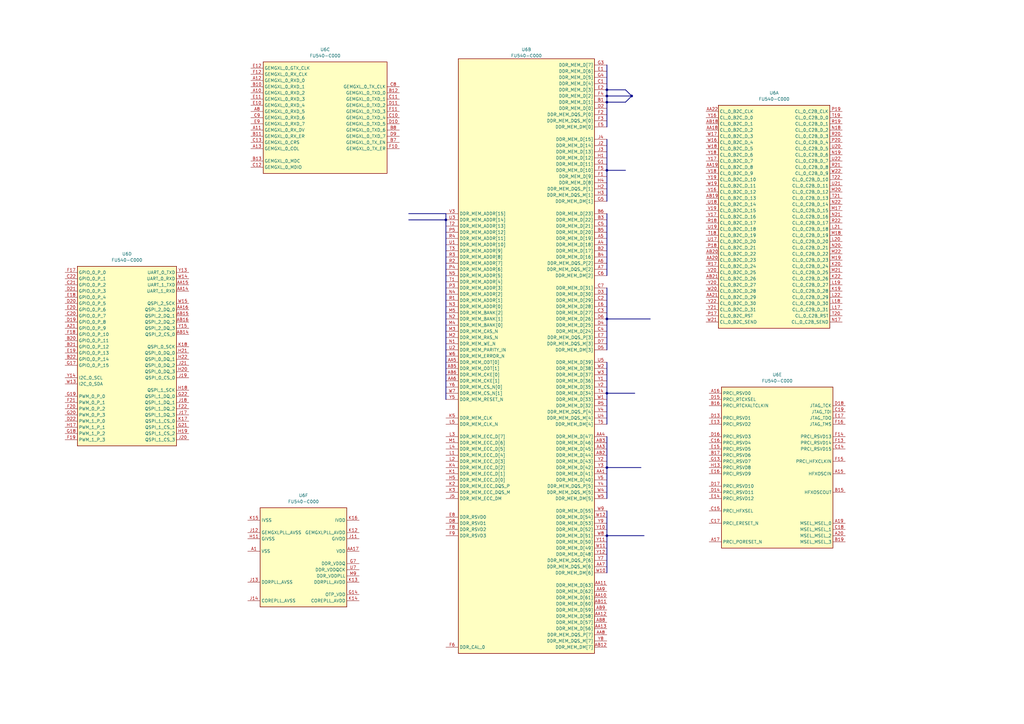
<source format=kicad_sch>
(kicad_sch (version 20230121) (generator eeschema)
  (paper "A3")
  (lib_symbols
    (symbol "MCU_SiFive:FU540-C000"
      (property "Reference" "U" (at 0 2.54 0))
      (property "Value" "FU540-C000" (at 0 -2.54 0))
      (symbol "FU540-C000_1_1"
        (rectangle (start -22.86 -45.72) (end 22.86 45.72) (stroke (width 0.254)) (fill (type background)))
        (pin input line (at -27.94 35.56 0) (length 5.08) (name "CL_0_B2C_D_2") (number "AA18"))
        (pin input line (at -27.94 20.32 0) (length 5.08) (name "CL_0_B2C_D_8") (number "AA19"))
        (pin input line (at -27.94 -17.78 0) (length 5.08) (name "CL_0_B2C_D_23") (number "AA20"))
        (pin input line (at -27.94 -33.02 0) (length 5.08) (name "CL_0_B2C_D_29") (number "AA21"))
        (pin input line (at -27.94 43.18 0) (length 5.08) (name "CL_0_B2C_CLK") (number "AA22"))
        (pin input line (at -27.94 38.1 0) (length 5.08) (name "CL_0_B2C_D_1") (number "AB18"))
        (pin input line (at -27.94 7.62 0) (length 5.08) (name "CL_0_B2C_D_13") (number "AB19"))
        (pin input line (at -27.94 -15.24 0) (length 5.08) (name "CL_0_B2C_D_22") (number "AB20"))
        (pin input line (at -27.94 -25.4 0) (length 5.08) (name "CL_0_B2C_D_26") (number "AB21"))
        (pin output line (at 27.94 -30.48 180) (length 5.08) (name "CL_0_C2B_D_28") (number "K19"))
        (pin output line (at 27.94 -20.32 180) (length 5.08) (name "CL_0_C2B_D_24") (number "K20"))
        (pin output line (at 27.94 -25.4 180) (length 5.08) (name "CL_0_C2B_D_26") (number "K22"))
        (pin output line (at 27.94 -38.1 180) (length 5.08) (name "CL_0_C2B_D_31") (number "L17"))
        (pin output line (at 27.94 -35.56 180) (length 5.08) (name "CL_0_C2B_D_30") (number "L18"))
        (pin output line (at 27.94 -27.94 180) (length 5.08) (name "CL_0_C2B_D_27") (number "L19"))
        (pin output line (at 27.94 -10.16 180) (length 5.08) (name "CL_0_C2B_D_20") (number "L20"))
        (pin output line (at 27.94 -5.08 180) (length 5.08) (name "CL_0_C2B_D_18") (number "L21"))
        (pin output line (at 27.94 -33.02 180) (length 5.08) (name "CL_0_C2B_D_29") (number "L22"))
        (pin output line (at 27.94 2.54 180) (length 5.08) (name "CL_0_C2B_D_15") (number "M17"))
        (pin output line (at 27.94 -7.62 180) (length 5.08) (name "CL_0_C2B_D_19") (number "M18"))
        (pin output line (at 27.94 -17.78 180) (length 5.08) (name "CL_0_C2B_D_23") (number "M19"))
        (pin output line (at 27.94 10.16 180) (length 5.08) (name "CL_0_C2B_D_12") (number "M20"))
        (pin output line (at 27.94 -22.86 180) (length 5.08) (name "CL_0_C2B_D_25") (number "M21"))
        (pin output line (at 27.94 -15.24 180) (length 5.08) (name "CL_0_C2B_D_22") (number "M22"))
        (pin output line (at 27.94 -43.18 180) (length 5.08) (name "CL_0_C2B_SEND") (number "N17"))
        (pin output line (at 27.94 35.56 180) (length 5.08) (name "CL_0_C2B_D_2") (number "N18"))
        (pin output line (at 27.94 25.4 180) (length 5.08) (name "CL_0_C2B_D_6") (number "N19"))
        (pin output line (at 27.94 -12.7 180) (length 5.08) (name "CL_0_C2B_D_21") (number "N20"))
        (pin output line (at 27.94 0 180) (length 5.08) (name "CL_0_C2B_D_16") (number "N21"))
        (pin output line (at 27.94 5.08 180) (length 5.08) (name "CL_0_C2B_D_14") (number "N22"))
        (pin input line (at -27.94 -40.64 0) (length 5.08) (name "CL_0_B2C_RST") (number "P17"))
        (pin input line (at -27.94 -12.7 0) (length 5.08) (name "CL_0_B2C_D_21") (number "P18"))
        (pin output line (at 27.94 43.18 180) (length 5.08) (name "CL_0_C2B_CLK") (number "P19"))
        (pin output line (at 27.94 30.48 180) (length 5.08) (name "CL_0_C2B_D_4") (number "P20"))
        (pin input line (at -27.94 -20.32 0) (length 5.08) (name "CL_0_B2C_D_24") (number "R17"))
        (pin input line (at -27.94 -2.54 0) (length 5.08) (name "CL_0_B2C_D_17") (number "R18"))
        (pin output line (at 27.94 38.1 180) (length 5.08) (name "CL_0_C2B_D_1") (number "R19"))
        (pin output line (at 27.94 33.02 180) (length 5.08) (name "CL_0_C2B_D_3") (number "R20"))
        (pin output line (at 27.94 20.32 180) (length 5.08) (name "CL_0_C2B_D_8") (number "R21"))
        (pin output line (at 27.94 -2.54 180) (length 5.08) (name "CL_0_C2B_D_17") (number "R22"))
        (pin input line (at -27.94 -7.62 0) (length 5.08) (name "CL_0_B2C_D_19") (number "T18"))
        (pin output line (at 27.94 40.64 180) (length 5.08) (name "CL_0_C2B_D_0") (number "T19"))
        (pin output line (at 27.94 -40.64 180) (length 5.08) (name "CL_0_C2B_RST") (number "T20"))
        (pin output line (at 27.94 7.62 180) (length 5.08) (name "CL_0_C2B_D_13") (number "T21"))
        (pin output line (at 27.94 15.24 180) (length 5.08) (name "CL_0_C2B_D_10") (number "T22"))
        (pin input line (at -27.94 -10.16 0) (length 5.08) (name "CL_0_B2C_D_20") (number "U17"))
        (pin input line (at -27.94 5.08 0) (length 5.08) (name "CL_0_B2C_D_14") (number "U18"))
        (pin input line (at -27.94 -5.08 0) (length 5.08) (name "CL_0_B2C_D_18") (number "U19"))
        (pin output line (at 27.94 27.94 180) (length 5.08) (name "CL_0_C2B_D_5") (number "U20"))
        (pin output line (at 27.94 12.7 180) (length 5.08) (name "CL_0_C2B_D_11") (number "U21"))
        (pin output line (at 27.94 22.86 180) (length 5.08) (name "CL_0_C2B_D_7") (number "U22"))
        (pin input line (at -27.94 10.16 0) (length 5.08) (name "CL_0_B2C_D_12") (number "V16"))
        (pin input line (at -27.94 0 0) (length 5.08) (name "CL_0_B2C_D_16") (number "V17"))
        (pin input line (at -27.94 17.78 0) (length 5.08) (name "CL_0_B2C_D_9") (number "V18"))
        (pin input line (at -27.94 2.54 0) (length 5.08) (name "CL_0_B2C_D_15") (number "V19"))
        (pin input line (at -27.94 -22.86 0) (length 5.08) (name "CL_0_B2C_D_25") (number "V20"))
        (pin input line (at -27.94 30.48 0) (length 5.08) (name "CL_0_B2C_D_4") (number "W16"))
        (pin input line (at -27.94 33.02 0) (length 5.08) (name "CL_0_B2C_D_3") (number "W17"))
        (pin input line (at -27.94 27.94 0) (length 5.08) (name "CL_0_B2C_D_5") (number "W18"))
        (pin input line (at -27.94 12.7 0) (length 5.08) (name "CL_0_B2C_D_11") (number "W19"))
        (pin input line (at -27.94 -30.48 0) (length 5.08) (name "CL_0_B2C_D_28") (number "W20"))
        (pin input line (at -27.94 -43.18 0) (length 5.08) (name "CL_0_B2C_SEND") (number "W21"))
        (pin output line (at 27.94 17.78 180) (length 5.08) (name "CL_0_C2B_D_9") (number "W22"))
        (pin input line (at -27.94 40.64 0) (length 5.08) (name "CL_0_B2C_D_0") (number "Y16"))
        (pin input line (at -27.94 22.86 0) (length 5.08) (name "CL_0_B2C_D_7") (number "Y17"))
        (pin input line (at -27.94 25.4 0) (length 5.08) (name "CL_0_B2C_D_6") (number "Y18"))
        (pin input line (at -27.94 15.24 0) (length 5.08) (name "CL_0_B2C_D_10") (number "Y19"))
        (pin input line (at -27.94 -27.94 0) (length 5.08) (name "CL_0_B2C_D_27") (number "Y20"))
        (pin input line (at -27.94 -38.1 0) (length 5.08) (name "CL_0_B2C_D_31") (number "Y21"))
        (pin input line (at -27.94 -35.56 0) (length 5.08) (name "CL_0_B2C_D_30") (number "Y22"))
      )
      (symbol "FU540-C000_2_1"
        (rectangle (start -27.94 -121.92) (end 27.94 121.92) (stroke (width 0.254)) (fill (type background)))
        (pin bidirectional line (at 33.02 45.72 180) (length 5.08) (name "DDR_MEM_D[18]") (number "A4"))
        (pin bidirectional line (at 33.02 48.26 180) (length 5.08) (name "DDR_MEM_D[19]") (number "A5"))
        (pin bidirectional line (at 33.02 38.1 180) (length 5.08) (name "DDR_MEM_DQS_P[2]") (number "A6"))
        (pin bidirectional line (at 33.02 35.56 180) (length 5.08) (name "DDR_MEM_DQS_M[2]") (number "A7"))
        (pin bidirectional line (at 33.02 -48.26 180) (length 5.08) (name "DDR_MEM_D[41]") (number "AA1"))
        (pin bidirectional line (at 33.02 -99.06 180) (length 5.08) (name "DDR_MEM_D[61]") (number "AA10"))
        (pin bidirectional line (at 33.02 -93.98 180) (length 5.08) (name "DDR_MEM_D[63]") (number "AA11"))
        (pin bidirectional line (at 33.02 -106.68 180) (length 5.08) (name "DDR_MEM_D[58]") (number "AA12"))
        (pin bidirectional line (at 33.02 -111.76 180) (length 5.08) (name "DDR_MEM_D[56]") (number "AA13"))
        (pin bidirectional line (at 33.02 -38.1 180) (length 5.08) (name "DDR_MEM_D[45]") (number "AA3"))
        (pin bidirectional line (at 33.02 -33.02 180) (length 5.08) (name "DDR_MEM_D[47]") (number "AA4"))
        (pin output line (at -33.02 -2.54 0) (length 5.08) (name "DDR_MEM_ODT[0]") (number "AA5"))
        (pin output line (at -33.02 -10.16 0) (length 5.08) (name "DDR_MEM_CKE[1]") (number "AA6"))
        (pin bidirectional line (at 33.02 -86.36 180) (length 5.08) (name "DDR_MEM_DQS_M[6]") (number "AA7"))
        (pin bidirectional line (at 33.02 -114.3 180) (length 5.08) (name "DDR_MEM_DQS_P[7]") (number "AA8"))
        (pin bidirectional line (at 33.02 -96.52 180) (length 5.08) (name "DDR_MEM_D[62]") (number "AA9"))
        (pin bidirectional line (at 33.02 -101.6 180) (length 5.08) (name "DDR_MEM_D[60]") (number "AB11"))
        (pin bidirectional line (at 33.02 -119.38 180) (length 5.08) (name "DDR_MEM_DM[7]") (number "AB12"))
        (pin bidirectional line (at 33.02 -40.64 180) (length 5.08) (name "DDR_MEM_D[44]") (number "AB2"))
        (pin bidirectional line (at 33.02 -35.56 180) (length 5.08) (name "DDR_MEM_D[46]") (number "AB3"))
        (pin output line (at -33.02 -5.08 0) (length 5.08) (name "DDR_MEM_ODT[1]") (number "AB5"))
        (pin output line (at -33.02 -7.62 0) (length 5.08) (name "DDR_MEM_CKE[0]") (number "AB6"))
        (pin bidirectional line (at 33.02 -109.22 180) (length 5.08) (name "DDR_MEM_D[57]") (number "AB8"))
        (pin bidirectional line (at 33.02 -104.14 180) (length 5.08) (name "DDR_MEM_D[59]") (number "AB9"))
        (pin bidirectional line (at 33.02 104.14 180) (length 5.08) (name "DDR_MEM_D[1]") (number "B1"))
        (pin bidirectional line (at 33.02 43.18 180) (length 5.08) (name "DDR_MEM_D[17]") (number "B2"))
        (pin bidirectional line (at 33.02 55.88 180) (length 5.08) (name "DDR_MEM_D[22]") (number "B3"))
        (pin bidirectional line (at 33.02 40.64 180) (length 5.08) (name "DDR_MEM_D[16]") (number "B4"))
        (pin bidirectional line (at 33.02 50.8 180) (length 5.08) (name "DDR_MEM_D[20]") (number "B5"))
        (pin bidirectional line (at 33.02 58.42 180) (length 5.08) (name "DDR_MEM_D[23]") (number "B6"))
        (pin bidirectional line (at 33.02 111.76 180) (length 5.08) (name "DDR_MEM_D[4]") (number "C1"))
        (pin bidirectional line (at 33.02 22.86 180) (length 5.08) (name "DDR_MEM_D[29]") (number "C2"))
        (pin bidirectional line (at 33.02 17.78 180) (length 5.08) (name "DDR_MEM_D[27]") (number "C3"))
        (pin bidirectional line (at 33.02 10.16 180) (length 5.08) (name "DDR_MEM_D[24]") (number "C4"))
        (pin bidirectional line (at 33.02 53.34 180) (length 5.08) (name "DDR_MEM_D[21]") (number "C5"))
        (pin bidirectional line (at 33.02 33.02 180) (length 5.08) (name "DDR_MEM_DM[2]") (number "C6"))
        (pin bidirectional line (at 33.02 27.94 180) (length 5.08) (name "DDR_MEM_D[31]") (number "C7"))
        (pin bidirectional line (at 33.02 101.6 180) (length 5.08) (name "DDR_MEM_D[0]") (number "D2"))
        (pin bidirectional line (at 33.02 25.4 180) (length 5.08) (name "DDR_MEM_D[30]") (number "D3"))
        (pin bidirectional line (at 33.02 12.7 180) (length 5.08) (name "DDR_MEM_D[25]") (number "D4"))
        (pin bidirectional line (at 33.02 2.54 180) (length 5.08) (name "DDR_MEM_DM[3]") (number "D5"))
        (pin bidirectional line (at 33.02 15.24 180) (length 5.08) (name "DDR_MEM_D[26]") (number "D6"))
        (pin bidirectional line (at 33.02 5.08 180) (length 5.08) (name "DDR_MEM_DQS_M[3]") (number "D7"))
        (pin passive line (at -33.02 -68.58 0) (length 5.08) (name "DDR_RSVD1") (number "D8"))
        (pin bidirectional line (at 33.02 116.84 180) (length 5.08) (name "DDR_MEM_D[6]") (number "E1"))
        (pin bidirectional line (at 33.02 109.22 180) (length 5.08) (name "DDR_MEM_D[3]") (number "E2"))
        (pin bidirectional line (at 33.02 93.98 180) (length 5.08) (name "DDR_MEM_DM[0]") (number "E5"))
        (pin bidirectional line (at 33.02 20.32 180) (length 5.08) (name "DDR_MEM_D[28]") (number "E6"))
        (pin bidirectional line (at 33.02 7.62 180) (length 5.08) (name "DDR_MEM_DQS_P[3]") (number "E7"))
        (pin passive line (at -33.02 -66.04 0) (length 5.08) (name "DDR_RSVD0") (number "E8"))
        (pin bidirectional line (at 33.02 73.66 180) (length 5.08) (name "DDR_MEM_D[9]") (number "F1"))
        (pin bidirectional line (at 33.02 99.06 180) (length 5.08) (name "DDR_MEM_DQS_P[0]") (number "F2"))
        (pin bidirectional line (at 33.02 96.52 180) (length 5.08) (name "DDR_MEM_DQS_M[0]") (number "F3"))
        (pin bidirectional line (at 33.02 106.68 180) (length 5.08) (name "DDR_MEM_D[2]") (number "F4"))
        (pin bidirectional line (at 33.02 76.2 180) (length 5.08) (name "DDR_MEM_D[10]") (number "F5"))
        (pin passive line (at -33.02 -119.38 0) (length 5.08) (name "DDR_CAL_0") (number "F6"))
        (pin passive line (at -33.02 -71.12 0) (length 5.08) (name "DDR_RSVD2") (number "F8"))
        (pin passive line (at -33.02 -73.66 0) (length 5.08) (name "DDR_RSVD3") (number "F9"))
        (pin bidirectional line (at 33.02 78.74 180) (length 5.08) (name "DDR_MEM_D[11]") (number "G1"))
        (pin bidirectional line (at 33.02 119.38 180) (length 5.08) (name "DDR_MEM_D[7]") (number "G3"))
        (pin bidirectional line (at 33.02 114.3 180) (length 5.08) (name "DDR_MEM_D[5]") (number "G4"))
        (pin bidirectional line (at 33.02 63.5 180) (length 5.08) (name "DDR_MEM_DM[1]") (number "G5"))
        (pin bidirectional line (at 33.02 81.28 180) (length 5.08) (name "DDR_MEM_D[12]") (number "H1"))
        (pin bidirectional line (at 33.02 68.58 180) (length 5.08) (name "DDR_MEM_DQS_P[1]") (number "H2"))
        (pin bidirectional line (at 33.02 66.04 180) (length 5.08) (name "DDR_MEM_DQS_M[1]") (number "H3"))
        (pin bidirectional line (at 33.02 71.12 180) (length 5.08) (name "DDR_MEM_D[8]") (number "H4"))
        (pin bidirectional line (at -33.02 -50.8 0) (length 5.08) (name "DDR_MEM_ECC_D[0]") (number "H5"))
        (pin bidirectional line (at 33.02 86.36 180) (length 5.08) (name "DDR_MEM_D[14]") (number "J2"))
        (pin bidirectional line (at 33.02 83.82 180) (length 5.08) (name "DDR_MEM_D[13]") (number "J3"))
        (pin bidirectional line (at 33.02 88.9 180) (length 5.08) (name "DDR_MEM_D[15]") (number "J4"))
        (pin bidirectional line (at -33.02 -58.42 0) (length 5.08) (name "DDR_MEM_ECC_DM") (number "J5"))
        (pin bidirectional line (at -33.02 -48.26 0) (length 5.08) (name "DDR_MEM_ECC_D[1]") (number "K1"))
        (pin bidirectional line (at -33.02 -53.34 0) (length 5.08) (name "DDR_MEM_ECC_DQS_P") (number "K2"))
        (pin bidirectional line (at -33.02 -55.88 0) (length 5.08) (name "DDR_MEM_ECC_DQS_M") (number "K3"))
        (pin bidirectional line (at -33.02 -45.72 0) (length 5.08) (name "DDR_MEM_ECC_D[2]") (number "K4"))
        (pin output line (at -33.02 -25.4 0) (length 5.08) (name "DDR_MEM_CLK") (number "K5"))
        (pin bidirectional line (at -33.02 -40.64 0) (length 5.08) (name "DDR_MEM_ECC_D[4]") (number "L1"))
        (pin bidirectional line (at -33.02 -43.18 0) (length 5.08) (name "DDR_MEM_ECC_D[3]") (number "L2"))
        (pin bidirectional line (at -33.02 -33.02 0) (length 5.08) (name "DDR_MEM_ECC_D[7]") (number "L3"))
        (pin bidirectional line (at -33.02 -38.1 0) (length 5.08) (name "DDR_MEM_ECC_D[5]") (number "L4"))
        (pin output line (at -33.02 -27.94 0) (length 5.08) (name "DDR_MEM_CLK_N") (number "L5"))
        (pin bidirectional line (at -33.02 -35.56 0) (length 5.08) (name "DDR_MEM_ECC_D[6]") (number "M1"))
        (pin output line (at -33.02 7.62 0) (length 5.08) (name "DDR_MEM_RAS_N") (number "M2"))
        (pin output line (at -33.02 10.16 0) (length 5.08) (name "DDR_MEM_CAS_N") (number "M3"))
        (pin output line (at -33.02 12.7 0) (length 5.08) (name "DDR_MEM_BANK[0]") (number "M4"))
        (pin output line (at -33.02 17.78 0) (length 5.08) (name "DDR_MEM_BANK[2]") (number "M5"))
        (pin output line (at -33.02 5.08 0) (length 5.08) (name "DDR_MEM_WE_N") (number "N1"))
        (pin output line (at -33.02 15.24 0) (length 5.08) (name "DDR_MEM_BANK[1]") (number "N2"))
        (pin output line (at -33.02 20.32 0) (length 5.08) (name "DDR_MEM_ADDR[0]") (number "N3"))
        (pin output line (at -33.02 25.4 0) (length 5.08) (name "DDR_MEM_ADDR[2]") (number "N4"))
        (pin output line (at -33.02 33.02 0) (length 5.08) (name "DDR_MEM_ADDR[5]") (number "N5"))
        (pin output line (at -33.02 27.94 0) (length 5.08) (name "DDR_MEM_ADDR[3]") (number "P3"))
        (pin output line (at -33.02 35.56 0) (length 5.08) (name "DDR_MEM_ADDR[6]") (number "P4"))
        (pin output line (at -33.02 50.8 0) (length 5.08) (name "DDR_MEM_ADDR[12]") (number "P5"))
        (pin output line (at -33.02 22.86 0) (length 5.08) (name "DDR_MEM_ADDR[1]") (number "R1"))
        (pin output line (at -33.02 38.1 0) (length 5.08) (name "DDR_MEM_ADDR[7]") (number "R2"))
        (pin output line (at -33.02 40.64 0) (length 5.08) (name "DDR_MEM_ADDR[8]") (number "R3"))
        (pin output line (at -33.02 48.26 0) (length 5.08) (name "DDR_MEM_ADDR[11]") (number "R4"))
        (pin bidirectional line (at 33.02 -20.32 180) (length 5.08) (name "DDR_MEM_D[32]") (number "R5"))
        (pin output line (at -33.02 30.48 0) (length 5.08) (name "DDR_MEM_ADDR[4]") (number "T1"))
        (pin output line (at -33.02 53.34 0) (length 5.08) (name "DDR_MEM_ADDR[13]") (number "T2"))
        (pin output line (at -33.02 43.18 0) (length 5.08) (name "DDR_MEM_ADDR[9]") (number "T3"))
        (pin bidirectional line (at 33.02 -15.24 180) (length 5.08) (name "DDR_MEM_D[34]") (number "T4"))
        (pin bidirectional line (at 33.02 -27.94 180) (length 5.08) (name "DDR_MEM_DM[4]") (number "T5"))
        (pin output line (at -33.02 45.72 0) (length 5.08) (name "DDR_MEM_ADDR[10]") (number "U1"))
        (pin output line (at -33.02 2.54 0) (length 5.08) (name "DDR_MEM_PARITY_IN") (number "U2"))
        (pin output line (at -33.02 55.88 0) (length 5.08) (name "DDR_MEM_ADDR[14]") (number "U3"))
        (pin bidirectional line (at 33.02 -25.4 180) (length 5.08) (name "DDR_MEM_DQS_M[4]") (number "U4"))
        (pin bidirectional line (at 33.02 -2.54 180) (length 5.08) (name "DDR_MEM_D[39]") (number "U5"))
        (pin bidirectional line (at 33.02 -12.7 180) (length 5.08) (name "DDR_MEM_D[35]") (number "V2"))
        (pin output line (at -33.02 58.42 0) (length 5.08) (name "DDR_MEM_ADDR[15]") (number "V3"))
        (pin bidirectional line (at 33.02 -22.86 180) (length 5.08) (name "DDR_MEM_DQS_P[4]") (number "V4"))
        (pin bidirectional line (at 33.02 -50.8 180) (length 5.08) (name "DDR_MEM_D[40]") (number "V5"))
        (pin bidirectional line (at 33.02 -17.78 180) (length 5.08) (name "DDR_MEM_D[33]") (number "W1"))
        (pin bidirectional line (at 33.02 -88.9 180) (length 5.08) (name "DDR_MEM_DM[6]") (number "W10"))
        (pin bidirectional line (at 33.02 -78.74 180) (length 5.08) (name "DDR_MEM_D[49]") (number "W11"))
        (pin bidirectional line (at 33.02 -66.04 180) (length 5.08) (name "DDR_MEM_D[54]") (number "W12"))
        (pin bidirectional line (at 33.02 -5.08 180) (length 5.08) (name "DDR_MEM_D[38]") (number "W2"))
        (pin bidirectional line (at 33.02 -7.62 180) (length 5.08) (name "DDR_MEM_D[37]") (number "W3"))
        (pin bidirectional line (at 33.02 -55.88 180) (length 5.08) (name "DDR_MEM_DQS_M[5]") (number "W4"))
        (pin bidirectional line (at 33.02 -58.42 180) (length 5.08) (name "DDR_MEM_DM[5]") (number "W5"))
        (pin input line (at -33.02 0 0) (length 5.08) (name "DDR_MEM_ERROR_N") (number "W6"))
        (pin output line (at -33.02 -15.24 0) (length 5.08) (name "DDR_MEM_CS_N[1]") (number "W7"))
        (pin bidirectional line (at 33.02 -73.66 180) (length 5.08) (name "DDR_MEM_D[51]") (number "W8"))
        (pin bidirectional line (at 33.02 -63.5 180) (length 5.08) (name "DDR_MEM_D[55]") (number "W9"))
        (pin bidirectional line (at 33.02 -10.16 180) (length 5.08) (name "DDR_MEM_D[36]") (number "Y1"))
        (pin bidirectional line (at 33.02 -71.12 180) (length 5.08) (name "DDR_MEM_D[52]") (number "Y10"))
        (pin bidirectional line (at 33.02 -76.2 180) (length 5.08) (name "DDR_MEM_D[50]") (number "Y11"))
        (pin bidirectional line (at 33.02 -81.28 180) (length 5.08) (name "DDR_MEM_D[48]") (number "Y12"))
        (pin bidirectional line (at 33.02 -43.18 180) (length 5.08) (name "DDR_MEM_D[43]") (number "Y2"))
        (pin bidirectional line (at 33.02 -45.72 180) (length 5.08) (name "DDR_MEM_D[42]") (number "Y3"))
        (pin bidirectional line (at 33.02 -53.34 180) (length 5.08) (name "DDR_MEM_DQS_P[5]") (number "Y4"))
        (pin output line (at -33.02 -17.78 0) (length 5.08) (name "DDR_MEM_RESET_N") (number "Y5"))
        (pin output line (at -33.02 -12.7 0) (length 5.08) (name "DDR_MEM_CS_N[0]") (number "Y6"))
        (pin bidirectional line (at 33.02 -83.82 180) (length 5.08) (name "DDR_MEM_DQS_P[6]") (number "Y7"))
        (pin bidirectional line (at 33.02 -116.84 180) (length 5.08) (name "DDR_MEM_DQS_M[7]") (number "Y8"))
        (pin bidirectional line (at 33.02 -68.58 180) (length 5.08) (name "DDR_MEM_D[53]") (number "Y9"))
      )
      (symbol "FU540-C000_3_1"
        (rectangle (start -25.4 -22.86) (end 25.4 22.86) (stroke (width 0.254)) (fill (type background)))
        (pin input line (at -30.48 10.16 0) (length 5.08) (name "GEMGXL_0_RXD_2") (number "A10"))
        (pin input line (at -30.48 -5.08 0) (length 5.08) (name "GEMGXL_0_RX_DV") (number "A11"))
        (pin input line (at -30.48 15.24 0) (length 5.08) (name "GEMGXL_0_RXD_0") (number "A12"))
        (pin input line (at -30.48 -12.7 0) (length 5.08) (name "GEMGXL_0_COL") (number "A13"))
        (pin input line (at -30.48 2.54 0) (length 5.08) (name "GEMGXL_0_RXD_5") (number "A8"))
        (pin input line (at -30.48 12.7 0) (length 5.08) (name "GEMGXL_0_RXD_1") (number "B10"))
        (pin input line (at -30.48 -7.62 0) (length 5.08) (name "GEMGXL_0_RX_ER") (number "B11"))
        (pin output line (at 30.48 10.16 180) (length 5.08) (name "GEMGXL_0_TXD_0") (number "B12"))
        (pin output line (at -30.48 -17.78 0) (length 5.08) (name "GEMGXL_0_MDC") (number "B13"))
        (pin output line (at 30.48 -10.16 180) (length 5.08) (name "GEMGXL_0_TX_EN") (number "B7"))
        (pin output line (at 30.48 -5.08 180) (length 5.08) (name "GEMGXL_0_TXD_6") (number "B8"))
        (pin output line (at 30.48 0 180) (length 5.08) (name "GEMGXL_0_TXD_4") (number "C10"))
        (pin output line (at 30.48 7.62 180) (length 5.08) (name "GEMGXL_0_TXD_1") (number "C11"))
        (pin bidirectional line (at -30.48 -20.32 0) (length 5.08) (name "GEMGXL_0_MDIO") (number "C12"))
        (pin input line (at -30.48 -10.16 0) (length 5.08) (name "GEMGXL_0_CRS") (number "C13"))
        (pin input line (at 30.48 12.7 180) (length 5.08) (name "GEMGXL_0_TX_CLK") (number "C8"))
        (pin input line (at -30.48 0 0) (length 5.08) (name "GEMGXL_0_RXD_6") (number "C9"))
        (pin output line (at 30.48 -2.54 180) (length 5.08) (name "GEMGXL_0_TXD_5") (number "D10"))
        (pin output line (at 30.48 5.08 180) (length 5.08) (name "GEMGXL_0_TXD_2") (number "D11"))
        (pin output line (at 30.48 -7.62 180) (length 5.08) (name "GEMGXL_0_TXD_7") (number "D9"))
        (pin input line (at -30.48 5.08 0) (length 5.08) (name "GEMGXL_0_RXD_4") (number "E10"))
        (pin input line (at -30.48 7.62 0) (length 5.08) (name "GEMGXL_0_RXD_3") (number "E11"))
        (pin input line (at -30.48 20.32 0) (length 5.08) (name "GEMGXL_0_GTX_CLK") (number "E12"))
        (pin input line (at -30.48 -2.54 0) (length 5.08) (name "GEMGXL_0_RXD_7") (number "E9"))
        (pin output line (at 30.48 -12.7 180) (length 5.08) (name "GEMGXL_0_TX_ER") (number "F10"))
        (pin output line (at 30.48 2.54 180) (length 5.08) (name "GEMGXL_0_TXD_3") (number "F11"))
        (pin input line (at -30.48 17.78 0) (length 5.08) (name "GEMGXL_0_RX_CLK") (number "F12"))
      )
      (symbol "FU540-C000_4_1"
        (rectangle (start -20.32 -38.1) (end 20.32 35.56) (stroke (width 0.254)) (fill (type background)))
        (pin bidirectional line (at -25.4 10.16 0) (length 5.08) (name "GPIO_0_P_9") (number "A21"))
        (pin input line (at 25.4 25.4 180) (length 5.08) (name "UART_1_RXD") (number "AA14"))
        (pin output line (at 25.4 27.94 180) (length 5.08) (name "UART_1_TXD") (number "AA15"))
        (pin bidirectional line (at 25.4 17.78 180) (length 5.08) (name "QSPI_2_DQ_0") (number "AA16"))
        (pin output line (at 25.4 7.62 180) (length 5.08) (name "QSPI_2_CS_0") (number "AB14"))
        (pin bidirectional line (at 25.4 15.24 180) (length 5.08) (name "QSPI_2_DQ_1") (number "AB15"))
        (pin bidirectional line (at 25.4 12.7 180) (length 5.08) (name "QSPI_2_DQ_2") (number "AB16"))
        (pin bidirectional line (at -25.4 5.08 0) (length 5.08) (name "GPIO_0_P_11") (number "B20"))
        (pin bidirectional line (at -25.4 2.54 0) (length 5.08) (name "GPIO_0_P_12") (number "B21"))
        (pin bidirectional line (at -25.4 -2.54 0) (length 5.08) (name "GPIO_0_P_14") (number "B22"))
        (pin bidirectional line (at -25.4 15.24 0) (length 5.08) (name "GPIO_0_P_7") (number "C20"))
        (pin bidirectional line (at -25.4 27.94 0) (length 5.08) (name "GPIO_0_P_2") (number "C21"))
        (pin bidirectional line (at -25.4 30.48 0) (length 5.08) (name "GPIO_0_P_1") (number "C22"))
        (pin bidirectional line (at -25.4 12.7 0) (length 5.08) (name "GPIO_0_P_8") (number "D19"))
        (pin bidirectional line (at -25.4 20.32 0) (length 5.08) (name "GPIO_0_P_5") (number "D20"))
        (pin bidirectional line (at -25.4 25.4 0) (length 5.08) (name "GPIO_0_P_3") (number "D21"))
        (pin bidirectional line (at -25.4 -27.94 0) (length 5.08) (name "PWM_1_P_0") (number "D22"))
        (pin bidirectional line (at -25.4 22.86 0) (length 5.08) (name "GPIO_0_P_4") (number "E18"))
        (pin bidirectional line (at -25.4 0 0) (length 5.08) (name "GPIO_0_P_13") (number "E19"))
        (pin bidirectional line (at -25.4 17.78 0) (length 5.08) (name "GPIO_0_P_6") (number "E20"))
        (pin bidirectional line (at -25.4 33.02 0) (length 5.08) (name "GPIO_0_P_0") (number "F17"))
        (pin bidirectional line (at -25.4 7.62 0) (length 5.08) (name "GPIO_0_P_10") (number "F18"))
        (pin bidirectional line (at -25.4 -35.56 0) (length 5.08) (name "PWM_1_P_3") (number "F19"))
        (pin bidirectional line (at -25.4 -22.86 0) (length 5.08) (name "PWM_0_P_2") (number "F20"))
        (pin bidirectional line (at -25.4 -20.32 0) (length 5.08) (name "PWM_0_P_1") (number "F21"))
        (pin bidirectional line (at 25.4 -22.86 180) (length 5.08) (name "QSPI_1_DQ_2") (number "F22"))
        (pin bidirectional line (at -25.4 -5.08 0) (length 5.08) (name "GPIO_0_P_15") (number "G17"))
        (pin bidirectional line (at -25.4 -33.02 0) (length 5.08) (name "PWM_1_P_2") (number "G18"))
        (pin bidirectional line (at -25.4 -17.78 0) (length 5.08) (name "PWM_0_P_0") (number "G19"))
        (pin bidirectional line (at -25.4 -25.4 0) (length 5.08) (name "PWM_0_P_3") (number "G20"))
        (pin output line (at 25.4 -30.48 180) (length 5.08) (name "QSPI_1_CS_1") (number "G21"))
        (pin bidirectional line (at 25.4 -17.78 180) (length 5.08) (name "QSPI_1_DQ_0") (number "G22"))
        (pin bidirectional line (at -25.4 -30.48 0) (length 5.08) (name "PWM_1_P_1") (number "H17"))
        (pin output line (at 25.4 -15.24 180) (length 5.08) (name "QSPI_1_SCK") (number "H18"))
        (pin output line (at 25.4 -33.02 180) (length 5.08) (name "QSPI_1_CS_2") (number "H19"))
        (pin bidirectional line (at 25.4 -7.62 180) (length 5.08) (name "QSPI_0_DQ_3") (number "H20"))
        (pin bidirectional line (at 25.4 0 180) (length 5.08) (name "QSPI_0_DQ_0") (number "H21"))
        (pin bidirectional line (at 25.4 -2.54 180) (length 5.08) (name "QSPI_0_DQ_1") (number "H22"))
        (pin bidirectional line (at 25.4 -25.4 180) (length 5.08) (name "QSPI_1_DQ_3") (number "J17"))
        (pin bidirectional line (at 25.4 -20.32 180) (length 5.08) (name "QSPI_1_DQ_1") (number "J18"))
        (pin output line (at 25.4 -10.16 180) (length 5.08) (name "QSPI_0_CS_0") (number "J19"))
        (pin output line (at 25.4 -35.56 180) (length 5.08) (name "QSPI_1_CS_3") (number "J20"))
        (pin bidirectional line (at 25.4 -5.08 180) (length 5.08) (name "QSPI_0_DQ_2") (number "J21"))
        (pin output line (at 25.4 -27.94 180) (length 5.08) (name "QSPI_1_CS_0") (number "K17"))
        (pin output line (at 25.4 2.54 180) (length 5.08) (name "QSPI_0_SCK") (number "K18"))
        (pin bidirectional line (at -25.4 -12.7 0) (length 5.08) (name "I2C_0_SDA") (number "W13"))
        (pin input line (at 25.4 30.48 180) (length 5.08) (name "UART_0_RXD") (number "W14"))
        (pin output line (at 25.4 20.32 180) (length 5.08) (name "QSPI_2_SCK") (number "W15"))
        (pin output line (at 25.4 33.02 180) (length 5.08) (name "UART_0_TXD") (number "Y13"))
        (pin bidirectional line (at -25.4 -10.16 0) (length 5.08) (name "I2C_0_SCL") (number "Y14"))
        (pin bidirectional line (at 25.4 10.16 180) (length 5.08) (name "QSPI_2_DQ_3") (number "Y15"))
      )
      (symbol "FU540-C000_5_1"
        (rectangle (start -22.86 -33.02) (end 22.86 33.02) (stroke (width 0.254)) (fill (type background)))
        (pin passive line (at 27.94 -2.54 180) (length 5.08) (name "HFXOSCIN") (number "A15"))
        (pin passive line (at -27.94 30.48 0) (length 5.08) (name "PRCI_RSVD0") (number "A16"))
        (pin input line (at -27.94 -30.48 0) (length 5.08) (name "PRCI_PORESET_N") (number "A17"))
        (pin input line (at 27.94 -22.86 180) (length 5.08) (name "MSEL_MSEL_0") (number "A19"))
        (pin input line (at 27.94 -27.94 180) (length 5.08) (name "MSEL_MSEL_2") (number "A20"))
        (pin passive line (at 27.94 -10.16 180) (length 5.08) (name "HFXOSCOUT") (number "B15"))
        (pin passive line (at -27.94 25.4 0) (length 5.08) (name "PRCI_RTCXALTCLKIN") (number "B16"))
        (pin passive line (at -27.94 5.08 0) (length 5.08) (name "PRCI_RSVD6") (number "B17"))
        (pin input line (at 27.94 -30.48 180) (length 5.08) (name "MSEL_MSEL_3") (number "B19"))
        (pin passive line (at 27.94 7.62 180) (length 5.08) (name "PRCI_RSVD15") (number "C14"))
        (pin input line (at -27.94 -17.78 0) (length 5.08) (name "PRCI_HFXSEL") (number "C15"))
        (pin passive line (at -27.94 10.16 0) (length 5.08) (name "PRCI_RSVD4") (number "C16"))
        (pin input line (at -27.94 -22.86 0) (length 5.08) (name "PRCI_ERESET_N") (number "C17"))
        (pin input line (at 27.94 -25.4 180) (length 5.08) (name "MSEL_MSEL_1") (number "C18"))
        (pin input line (at 27.94 22.86 180) (length 5.08) (name "JTAG_TDI") (number "C19"))
        (pin passive line (at -27.94 20.32 0) (length 5.08) (name "PRCI_RSVD1") (number "D13"))
        (pin passive line (at -27.94 -10.16 0) (length 5.08) (name "PRCI_RSVD11") (number "D14"))
        (pin input line (at -27.94 27.94 0) (length 5.08) (name "PRCI_RTCXSEL") (number "D15"))
        (pin passive line (at -27.94 12.7 0) (length 5.08) (name "PRCI_RSVD3") (number "D16"))
        (pin passive line (at -27.94 -7.62 0) (length 5.08) (name "PRCI_RSVD10") (number "D17"))
        (pin input line (at 27.94 25.4 180) (length 5.08) (name "JTAG_TCK") (number "D18"))
        (pin passive line (at -27.94 17.78 0) (length 5.08) (name "PRCI_RSVD2") (number "E13"))
        (pin passive line (at -27.94 -12.7 0) (length 5.08) (name "PRCI_RSVD12") (number "E14"))
        (pin passive line (at -27.94 7.62 0) (length 5.08) (name "PRCI_RSVD5") (number "E15"))
        (pin passive line (at -27.94 -2.54 0) (length 5.08) (name "PRCI_RSVD9") (number "E16"))
        (pin output line (at 27.94 20.32 180) (length 5.08) (name "JTAG_TDO") (number "E17"))
        (pin passive line (at 27.94 10.16 180) (length 5.08) (name "PRCI_RSVD14") (number "F13"))
        (pin passive line (at 27.94 12.7 180) (length 5.08) (name "PRCI_RSVD13") (number "F14"))
        (pin input line (at 27.94 2.54 180) (length 5.08) (name "PRCI_HFXCLKIN") (number "F15"))
        (pin input line (at 27.94 17.78 180) (length 5.08) (name "JTAG_TMS") (number "F16"))
        (pin passive line (at -27.94 2.54 0) (length 5.08) (name "PRCI_RSVD7") (number "G13"))
        (pin passive line (at -27.94 0 0) (length 5.08) (name "PRCI_RSVD8") (number "H13"))
      )
      (symbol "FU540-C000_6_1"
        (rectangle (start -20.32 -17.78) (end 20.32 17.78) (stroke (width 0.254)) (fill (type background)))
        (pin power_in line (at -2.54 -22.86 90) (length 5.08) (name "VSS") (number "A1"))
        (pin passive line (at -2.54 -22.86 90) (length 5.08) hide (name "VSS") (number "A14"))
        (pin passive line (at -2.54 -22.86 90) (length 5.08) hide (name "VSS") (number "A18"))
        (pin passive line (at -2.54 -22.86 90) (length 5.08) hide (name "VSS") (number "A2"))
        (pin passive line (at -2.54 -22.86 90) (length 5.08) hide (name "VSS") (number "A22"))
        (pin passive line (at -2.54 -22.86 90) (length 5.08) hide (name "VSS") (number "A3"))
        (pin passive line (at -2.54 -22.86 90) (length 5.08) hide (name "VSS") (number "A9"))
        (pin power_in line (at -2.54 22.86 270) (length 5.08) (name "VDD") (number "AA17"))
        (pin passive line (at -2.54 -22.86 90) (length 5.08) hide (name "VSS") (number "AA2"))
        (pin passive line (at -2.54 -22.86 90) (length 5.08) hide (name "VSS") (number "AB1"))
        (pin passive line (at -2.54 -22.86 90) (length 5.08) hide (name "VSS") (number "AB10"))
        (pin passive line (at -2.54 -22.86 90) (length 5.08) hide (name "VSS") (number "AB13"))
        (pin passive line (at -2.54 -22.86 90) (length 5.08) hide (name "VSS") (number "AB17"))
        (pin passive line (at -2.54 -22.86 90) (length 5.08) hide (name "VSS") (number "AB22"))
        (pin passive line (at -2.54 -22.86 90) (length 5.08) hide (name "VSS") (number "AB4"))
        (pin passive line (at -2.54 -22.86 90) (length 5.08) hide (name "VSS") (number "AB7"))
        (pin passive line (at -2.54 22.86 270) (length 5.08) hide (name "VDD") (number "B14"))
        (pin passive line (at -2.54 22.86 270) (length 5.08) hide (name "VDD") (number "B18"))
        (pin passive line (at -2.54 22.86 270) (length 5.08) hide (name "VDD") (number "B9"))
        (pin passive line (at -2.54 -22.86 90) (length 5.08) hide (name "VSS") (number "D1"))
        (pin passive line (at -2.54 -22.86 90) (length 5.08) hide (name "VSS") (number "D12"))
        (pin passive line (at -2.54 22.86 270) (length 5.08) hide (name "VDD") (number "E21"))
        (pin passive line (at -2.54 -22.86 90) (length 5.08) hide (name "VSS") (number "E22"))
        (pin passive line (at -2.54 22.86 270) (length 5.08) hide (name "VDD") (number "E3"))
        (pin passive line (at -2.54 -22.86 90) (length 5.08) hide (name "VSS") (number "E4"))
        (pin passive line (at -2.54 -22.86 90) (length 5.08) hide (name "VSS") (number "F7"))
        (pin passive line (at -2.54 -22.86 90) (length 5.08) hide (name "VSS") (number "G10"))
        (pin passive line (at -2.54 22.86 270) (length 5.08) hide (name "VDD") (number "G11"))
        (pin passive line (at -2.54 -22.86 90) (length 5.08) hide (name "VSS") (number "G12"))
        (pin power_in line (at 15.24 22.86 270) (length 5.08) (name "OTP_VDD") (number "G14"))
        (pin passive line (at -2.54 22.86 270) (length 5.08) hide (name "VDD") (number "G15"))
        (pin passive line (at -2.54 -22.86 90) (length 5.08) hide (name "VSS") (number "G16"))
        (pin passive line (at -2.54 -22.86 90) (length 5.08) hide (name "VSS") (number "G2"))
        (pin passive line (at -2.54 -22.86 90) (length 5.08) hide (name "VSS") (number "G6"))
        (pin power_in line (at 2.54 22.86 270) (length 5.08) (name "DDR_VDDQ") (number "G7"))
        (pin passive line (at -2.54 -22.86 90) (length 5.08) hide (name "VSS") (number "G8"))
        (pin passive line (at -2.54 22.86 270) (length 5.08) hide (name "VDD") (number "G9"))
        (pin passive line (at -2.54 22.86 270) (length 5.08) hide (name "VDD") (number "H10"))
        (pin power_in line (at -7.62 -22.86 90) (length 5.08) (name "GIVSS") (number "H11"))
        (pin passive line (at -2.54 22.86 270) (length 5.08) hide (name "VDD") (number "H12"))
        (pin passive line (at -2.54 22.86 270) (length 5.08) hide (name "VDD") (number "H14"))
        (pin passive line (at -2.54 -22.86 90) (length 5.08) hide (name "VSS") (number "H15"))
        (pin passive line (at -2.54 22.86 270) (length 5.08) hide (name "VDD") (number "H16"))
        (pin passive line (at 2.54 22.86 270) (length 5.08) hide (name "DDR_VDDQ") (number "H6"))
        (pin passive line (at -2.54 -22.86 90) (length 5.08) hide (name "VSS") (number "H7"))
        (pin passive line (at -2.54 22.86 270) (length 5.08) hide (name "VDD") (number "H8"))
        (pin passive line (at -2.54 -22.86 90) (length 5.08) hide (name "VSS") (number "H9"))
        (pin passive line (at -2.54 -22.86 90) (length 5.08) hide (name "VSS") (number "J1"))
        (pin passive line (at -2.54 -22.86 90) (length 5.08) hide (name "VSS") (number "J10"))
        (pin power_in line (at -7.62 22.86 270) (length 5.08) (name "GIVDD") (number "J11"))
        (pin power_in line (at -10.16 -22.86 90) (length 5.08) (name "GEMGXLPLL_AVSS") (number "J12"))
        (pin power_in line (at 10.16 -22.86 90) (length 5.08) (name "DDRPLL_AVSS") (number "J13"))
        (pin power_in line (at 17.78 -22.86 90) (length 5.08) (name "COREPLL_AVSS") (number "J14"))
        (pin passive line (at -2.54 22.86 270) (length 5.08) hide (name "VDD") (number "J15"))
        (pin passive line (at -2.54 -22.86 90) (length 5.08) hide (name "VSS") (number "J16"))
        (pin passive line (at -2.54 -22.86 90) (length 5.08) hide (name "VSS") (number "J22"))
        (pin passive line (at -2.54 -22.86 90) (length 5.08) hide (name "VSS") (number "J6"))
        (pin passive line (at 2.54 22.86 270) (length 5.08) hide (name "DDR_VDDQ") (number "J7"))
        (pin passive line (at -2.54 -22.86 90) (length 5.08) hide (name "VSS") (number "J8"))
        (pin passive line (at -2.54 22.86 270) (length 5.08) hide (name "VDD") (number "J9"))
        (pin passive line (at -2.54 22.86 270) (length 5.08) hide (name "VDD") (number "K10"))
        (pin passive line (at -2.54 -22.86 90) (length 5.08) hide (name "VSS") (number "K11"))
        (pin power_in line (at -10.16 22.86 270) (length 5.08) (name "GEMGXLPLL_AVDD") (number "K12"))
        (pin power_in line (at 10.16 22.86 270) (length 5.08) (name "DDRPLL_AVDD") (number "K13"))
        (pin power_in line (at 17.78 22.86 270) (length 5.08) (name "COREPLL_AVDD") (number "K14"))
        (pin power_in line (at -15.24 -22.86 90) (length 5.08) (name "IVSS") (number "K15"))
        (pin power_in line (at -15.24 22.86 270) (length 5.08) (name "IVDD") (number "K16"))
        (pin passive line (at -2.54 22.86 270) (length 5.08) hide (name "VDD") (number "K21"))
        (pin passive line (at 2.54 22.86 270) (length 5.08) hide (name "DDR_VDDQ") (number "K6"))
        (pin passive line (at -2.54 -22.86 90) (length 5.08) hide (name "VSS") (number "K7"))
        (pin passive line (at -2.54 22.86 270) (length 5.08) hide (name "VDD") (number "K8"))
        (pin passive line (at -2.54 -22.86 90) (length 5.08) hide (name "VSS") (number "K9"))
        (pin passive line (at -2.54 -22.86 90) (length 5.08) hide (name "VSS") (number "L10"))
        (pin passive line (at -2.54 22.86 270) (length 5.08) hide (name "VDD") (number "L11"))
        (pin passive line (at -2.54 -22.86 90) (length 5.08) hide (name "VSS") (number "L12"))
        (pin passive line (at -2.54 22.86 270) (length 5.08) hide (name "VDD") (number "L13"))
        (pin passive line (at -2.54 -22.86 90) (length 5.08) hide (name "VSS") (number "L14"))
        (pin passive line (at -15.24 -22.86 90) (length 5.08) hide (name "IVSS") (number "L15"))
        (pin passive line (at -15.24 22.86 270) (length 5.08) hide (name "IVDD") (number "L16"))
        (pin passive line (at -2.54 -22.86 90) (length 5.08) hide (name "VSS") (number "L6"))
        (pin passive line (at 2.54 22.86 270) (length 5.08) hide (name "DDR_VDDQ") (number "L7"))
        (pin passive line (at -2.54 -22.86 90) (length 5.08) hide (name "VSS") (number "L8"))
        (pin passive line (at 7.62 22.86 270) (length 5.08) hide (name "DDR_VDDPLL") (number "L9"))
        (pin passive line (at -2.54 22.86 270) (length 5.08) hide (name "VDD") (number "M10"))
        (pin passive line (at -2.54 -22.86 90) (length 5.08) hide (name "VSS") (number "M11"))
        (pin passive line (at -2.54 22.86 270) (length 5.08) hide (name "VDD") (number "M12"))
        (pin passive line (at -2.54 -22.86 90) (length 5.08) hide (name "VSS") (number "M13"))
        (pin passive line (at -2.54 22.86 270) (length 5.08) hide (name "VDD") (number "M14"))
        (pin passive line (at -15.24 -22.86 90) (length 5.08) hide (name "IVSS") (number "M15"))
        (pin passive line (at -15.24 22.86 270) (length 5.08) hide (name "IVDD") (number "M16"))
        (pin passive line (at 2.54 22.86 270) (length 5.08) hide (name "DDR_VDDQ") (number "M6"))
        (pin passive line (at -2.54 -22.86 90) (length 5.08) hide (name "VSS") (number "M7"))
        (pin passive line (at -2.54 22.86 270) (length 5.08) hide (name "VDD") (number "M8"))
        (pin power_in line (at 7.62 22.86 270) (length 5.08) (name "DDR_VDDPLL") (number "M9"))
        (pin passive line (at -2.54 -22.86 90) (length 5.08) hide (name "VSS") (number "N10"))
        (pin passive line (at -2.54 22.86 270) (length 5.08) hide (name "VDD") (number "N11"))
        (pin passive line (at -2.54 -22.86 90) (length 5.08) hide (name "VSS") (number "N12"))
        (pin passive line (at -2.54 22.86 270) (length 5.08) hide (name "VDD") (number "N13"))
        (pin passive line (at -2.54 -22.86 90) (length 5.08) hide (name "VSS") (number "N14"))
        (pin passive line (at -15.24 -22.86 90) (length 5.08) hide (name "IVSS") (number "N15"))
        (pin passive line (at -15.24 22.86 270) (length 5.08) hide (name "IVDD") (number "N16"))
        (pin passive line (at -2.54 -22.86 90) (length 5.08) hide (name "VSS") (number "N6"))
        (pin passive line (at 2.54 22.86 270) (length 5.08) hide (name "DDR_VDDQ") (number "N7"))
        (pin passive line (at -2.54 -22.86 90) (length 5.08) hide (name "VSS") (number "N8"))
        (pin passive line (at -2.54 22.86 270) (length 5.08) hide (name "VDD") (number "N9"))
        (pin passive line (at -2.54 -22.86 90) (length 5.08) hide (name "VSS") (number "P1"))
        (pin passive line (at -2.54 22.86 270) (length 5.08) hide (name "VDD") (number "P10"))
        (pin passive line (at -2.54 -22.86 90) (length 5.08) hide (name "VSS") (number "P11"))
        (pin passive line (at -2.54 22.86 270) (length 5.08) hide (name "VDD") (number "P12"))
        (pin passive line (at -2.54 -22.86 90) (length 5.08) hide (name "VSS") (number "P13"))
        (pin passive line (at -2.54 22.86 270) (length 5.08) hide (name "VDD") (number "P14"))
        (pin passive line (at -2.54 -22.86 90) (length 5.08) hide (name "VSS") (number "P15"))
        (pin passive line (at -2.54 22.86 270) (length 5.08) hide (name "VDD") (number "P16"))
        (pin passive line (at -2.54 22.86 270) (length 5.08) hide (name "VDD") (number "P2"))
        (pin passive line (at -2.54 22.86 270) (length 5.08) hide (name "VDD") (number "P21"))
        (pin passive line (at -2.54 -22.86 90) (length 5.08) hide (name "VSS") (number "P22"))
        (pin passive line (at 2.54 22.86 270) (length 5.08) hide (name "DDR_VDDQ") (number "P6"))
        (pin passive line (at -2.54 -22.86 90) (length 5.08) hide (name "VSS") (number "P7"))
        (pin passive line (at -2.54 22.86 270) (length 5.08) hide (name "VDD") (number "P8"))
        (pin passive line (at -2.54 -22.86 90) (length 5.08) hide (name "VSS") (number "P9"))
        (pin passive line (at -2.54 -22.86 90) (length 5.08) hide (name "VSS") (number "R10"))
        (pin passive line (at -2.54 22.86 270) (length 5.08) hide (name "VDD") (number "R11"))
        (pin passive line (at -2.54 -22.86 90) (length 5.08) hide (name "VSS") (number "R12"))
        (pin passive line (at -2.54 22.86 270) (length 5.08) hide (name "VDD") (number "R13"))
        (pin passive line (at -2.54 -22.86 90) (length 5.08) hide (name "VSS") (number "R14"))
        (pin passive line (at -2.54 22.86 270) (length 5.08) hide (name "VDD") (number "R15"))
        (pin passive line (at -2.54 -22.86 90) (length 5.08) hide (name "VSS") (number "R16"))
        (pin passive line (at -2.54 -22.86 90) (length 5.08) hide (name "VSS") (number "R6"))
        (pin passive line (at 2.54 22.86 270) (length 5.08) hide (name "DDR_VDDQ") (number "R7"))
        (pin passive line (at -2.54 -22.86 90) (length 5.08) hide (name "VSS") (number "R8"))
        (pin passive line (at -2.54 22.86 270) (length 5.08) hide (name "VDD") (number "R9"))
        (pin passive line (at -2.54 22.86 270) (length 5.08) hide (name "VDD") (number "T10"))
        (pin passive line (at -2.54 -22.86 90) (length 5.08) hide (name "VSS") (number "T11"))
        (pin passive line (at -2.54 22.86 270) (length 5.08) hide (name "VDD") (number "T12"))
        (pin passive line (at -2.54 -22.86 90) (length 5.08) hide (name "VSS") (number "T13"))
        (pin passive line (at -2.54 22.86 270) (length 5.08) hide (name "VDD") (number "T14"))
        (pin passive line (at -2.54 -22.86 90) (length 5.08) hide (name "VSS") (number "T15"))
        (pin passive line (at -2.54 22.86 270) (length 5.08) hide (name "VDD") (number "T16"))
        (pin passive line (at -2.54 -22.86 90) (length 5.08) hide (name "VSS") (number "T17"))
        (pin passive line (at 2.54 22.86 270) (length 5.08) hide (name "DDR_VDDQ") (number "T6"))
        (pin passive line (at -2.54 -22.86 90) (length 5.08) hide (name "VSS") (number "T7"))
        (pin passive line (at -2.54 22.86 270) (length 5.08) hide (name "VDD") (number "T8"))
        (pin passive line (at -2.54 -22.86 90) (length 5.08) hide (name "VSS") (number "T9"))
        (pin passive line (at -2.54 -22.86 90) (length 5.08) hide (name "VSS") (number "U10"))
        (pin passive line (at -2.54 22.86 270) (length 5.08) hide (name "VDD") (number "U11"))
        (pin passive line (at -2.54 -22.86 90) (length 5.08) hide (name "VSS") (number "U12"))
        (pin passive line (at -2.54 22.86 270) (length 5.08) hide (name "VDD") (number "U13"))
        (pin passive line (at -2.54 -22.86 90) (length 5.08) hide (name "VSS") (number "U14"))
        (pin passive line (at -2.54 22.86 270) (length 5.08) hide (name "VDD") (number "U15"))
        (pin passive line (at -2.54 -22.86 90) (length 5.08) hide (name "VSS") (number "U16"))
        (pin passive line (at -2.54 -22.86 90) (length 5.08) hide (name "VSS") (number "U6"))
        (pin power_in line (at 5.08 22.86 270) (length 5.08) (name "DDR_VDDQCK") (number "U7"))
        (pin passive line (at -2.54 -22.86 90) (length 5.08) hide (name "VSS") (number "U8"))
        (pin passive line (at -2.54 22.86 270) (length 5.08) hide (name "VDD") (number "U9"))
        (pin passive line (at -2.54 -22.86 90) (length 5.08) hide (name "VSS") (number "V1"))
        (pin passive line (at -2.54 22.86 270) (length 5.08) hide (name "VDD") (number "V10"))
        (pin passive line (at -2.54 -22.86 90) (length 5.08) hide (name "VSS") (number "V11"))
        (pin passive line (at -2.54 22.86 270) (length 5.08) hide (name "VDD") (number "V12"))
        (pin passive line (at -2.54 -22.86 90) (length 5.08) hide (name "VSS") (number "V13"))
        (pin passive line (at -2.54 22.86 270) (length 5.08) hide (name "VDD") (number "V14"))
        (pin passive line (at -2.54 -22.86 90) (length 5.08) hide (name "VSS") (number "V15"))
        (pin passive line (at -2.54 22.86 270) (length 5.08) hide (name "VDD") (number "V21"))
        (pin passive line (at -2.54 -22.86 90) (length 5.08) hide (name "VSS") (number "V22"))
        (pin passive line (at -2.54 22.86 270) (length 5.08) hide (name "VDD") (number "V6"))
        (pin passive line (at -2.54 -22.86 90) (length 5.08) hide (name "VSS") (number "V7"))
        (pin passive line (at -2.54 22.86 270) (length 5.08) hide (name "VDD") (number "V8"))
        (pin passive line (at -2.54 -22.86 90) (length 5.08) hide (name "VSS") (number "V9"))
      )
    )
  )
  (junction (at 182.88 90.17))
  (junction (at 259.08 39.37))
  (junction (at 248.92 219.71))
  (junction (at 248.92 191.77))
  (junction (at 248.92 161.29))
  (junction (at 248.92 36.83))
  (junction (at 248.92 39.37))
  (junction (at 248.92 69.85))
  (junction (at 248.92 41.91))
  (junction (at 248.92 130.81))
  (bus (pts (xy 248.92 39.37) (xy 248.92 41.91)))
  (bus (pts (xy 248.92 219.71) (xy 248.92 234.95)))
  (bus (pts (xy 256.54 41.91) (xy 259.08 39.37)))
  (bus (pts (xy 248.92 179.07) (xy 248.92 191.77)))
  (bus (pts (xy 182.88 87.63) (xy 182.88 90.17)))
  (bus (pts (xy 248.92 41.91) (xy 256.54 41.91)))
  (bus (pts (xy 248.92 148.59) (xy 248.92 161.29)))
  (bus (pts (xy 167.64 90.17) (xy 182.88 90.17)))
  (bus (pts (xy 248.92 191.77) (xy 262.89 191.77)))
  (bus (pts (xy 248.92 69.85) (xy 256.54 69.85)))
  (bus (pts (xy 248.92 57.15) (xy 248.92 69.85)))
  (bus (pts (xy 248.92 36.83) (xy 248.92 39.37)))
  (bus (pts (xy 248.92 219.71) (xy 264.16 219.71)))
  (bus (pts (xy 248.92 209.55) (xy 248.92 219.71)))
  (bus (pts (xy 248.92 161.29) (xy 248.92 173.99)))
  (bus (pts (xy 248.92 118.11) (xy 248.92 130.81)))
  (bus (pts (xy 248.92 161.29) (xy 260.35 161.29)))
  (bus (pts (xy 248.92 87.63) (xy 248.92 113.03)))
  (bus (pts (xy 182.88 90.17) (xy 182.88 163.83)))
  (bus (pts (xy 248.92 191.77) (xy 248.92 204.47)))
  (bus (pts (xy 248.92 26.67) (xy 248.92 36.83)))
  (bus (pts (xy 248.92 130.81) (xy 248.92 143.51)))
  (bus (pts (xy 248.92 36.83) (xy 256.54 36.83)))
  (bus (pts (xy 256.54 36.83) (xy 259.08 39.37)))
  (bus (pts (xy 248.92 130.81) (xy 266.7 130.81)))
  (bus (pts (xy 167.64 87.63) (xy 182.88 87.63)))
  (bus (pts (xy 248.92 69.85) (xy 248.92 82.55)))
  (bus (pts (xy 248.92 41.91) (xy 248.92 52.07)))
  (bus (pts (xy 248.92 39.37) (xy 259.08 39.37)))
  (symbol (lib_id "MCU_SiFive:FU540-C000") (at 133.35 48.26 0) (unit 3)
    (property "Reference" "U6" (at 133.35 20.32 0))
    (property "Value" "FU540-C000" (at 133.35 22.86 0))
    (property "Footprint" "Package_BGA:BGA-484_23.0x23.0mm_Layout22x22_P1.0mm" (effects hide))
    (property "Datasheet" "https://static.dev.sifive.com/FU540-C000-v1.0.pdf" (effects hide))
  )
  (symbol (lib_id "MCU_SiFive:FU540-C000") (at 318.77 191.77 0) (unit 5)
    (property "Reference" "U6" (at 318.77 153.67 0))
    (property "Value" "FU540-C000" (at 318.77 156.21 0))
    (property "Footprint" "Package_BGA:BGA-484_23.0x23.0mm_Layout22x22_P1.0mm" (effects hide))
    (property "Datasheet" "https://static.dev.sifive.com/FU540-C000-v1.0.pdf" (effects hide))
  )
  (symbol (lib_id "MCU_SiFive:FU540-C000") (at 215.9 146.05 0) (unit 2)
    (property "Reference" "U6" (at 215.9 20.32 0))
    (property "Value" "FU540-C000" (at 215.9 22.86 0))
    (property "Footprint" "Package_BGA:BGA-484_23.0x23.0mm_Layout22x22_P1.0mm" (effects hide))
    (property "Datasheet" "https://static.dev.sifive.com/FU540-C000-v1.0.pdf" (effects hide))
  )
  (symbol (lib_id "MCU_SiFive:FU540-C000") (at 317.5 88.9 0) (unit 1)
    (property "Reference" "U6" (at 317.5 38.1 0))
    (property "Value" "FU540-C000" (at 317.5 40.64 0))
    (property "Footprint" "Package_BGA:BGA-484_23.0x23.0mm_Layout22x22_P1.0mm" (effects hide))
    (property "Datasheet" "https://static.dev.sifive.com/FU540-C000-v1.0.pdf" (effects hide))
  )
  (symbol (lib_id "MCU_SiFive:FU540-C000") (at 124.46 228.6 270) (unit 6)
    (property "Reference" "U6" (at 124.46 203.2 90))
    (property "Value" "FU540-C000" (at 124.46 205.74 90))
    (property "Footprint" "Package_BGA:BGA-484_23.0x23.0mm_Layout22x22_P1.0mm" (effects hide))
    (property "Datasheet" "https://static.dev.sifive.com/FU540-C000-v1.0.pdf" (effects hide))
  )
  (symbol (lib_id "MCU_SiFive:FU540-C000") (at 52.07 144.78 0) (unit 4)
    (property "Reference" "U6" (at 52.07 104.14 0))
    (property "Value" "FU540-C000" (at 52.07 106.68 0))
    (property "Footprint" "Package_BGA:BGA-484_23.0x23.0mm_Layout22x22_P1.0mm" (effects hide))
    (property "Datasheet" "https://static.dev.sifive.com/FU540-C000-v1.0.pdf" (effects hide))
  )
)
</source>
